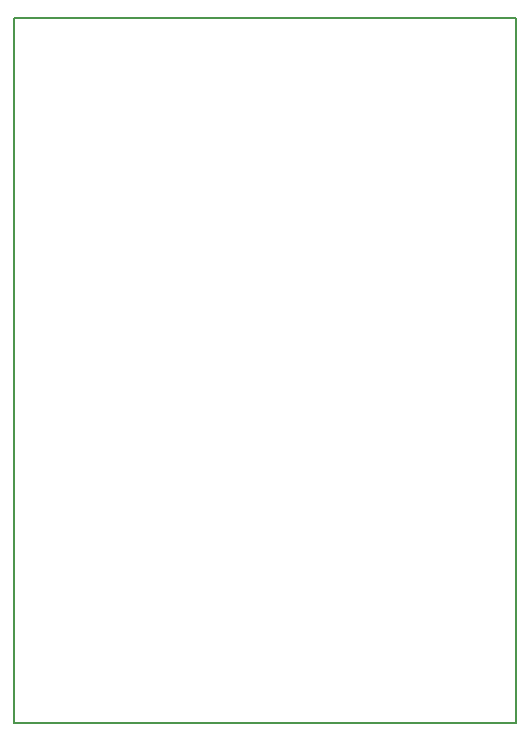
<source format=gbr>
G04 #@! TF.FileFunction,Profile,NP*
%FSLAX46Y46*%
G04 Gerber Fmt 4.6, Leading zero omitted, Abs format (unit mm)*
G04 Created by KiCad (PCBNEW 4.0.6) date Thursday, August 24, 2017 'PMt' 06:25:28 PM*
%MOMM*%
%LPD*%
G01*
G04 APERTURE LIST*
%ADD10C,0.100000*%
%ADD11C,0.150000*%
G04 APERTURE END LIST*
D10*
D11*
X44450000Y-128270000D02*
X44450000Y-68580000D01*
X86995000Y-128270000D02*
X44450000Y-128270000D01*
X86995000Y-68580000D02*
X86995000Y-128270000D01*
X44450000Y-68580000D02*
X86995000Y-68580000D01*
M02*

</source>
